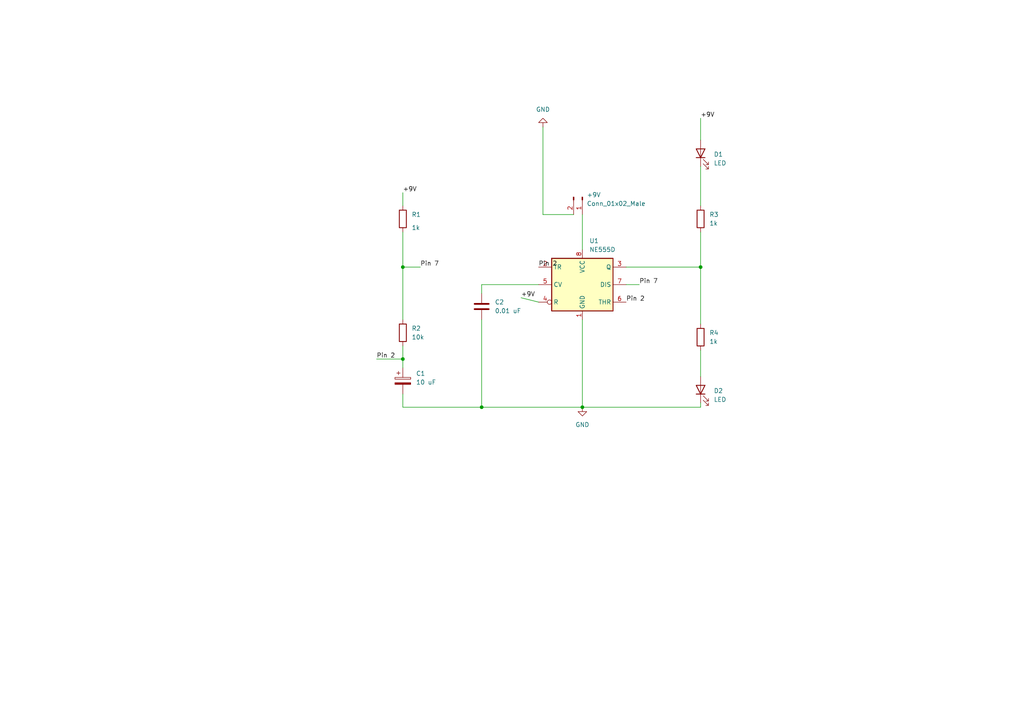
<source format=kicad_sch>
(kicad_sch (version 20211123) (generator eeschema)
  (paper "A4")
  (lib_symbols
    (symbol "Connector:Conn_01x02_Male" (pin_names (offset 1.016) hide)
      (property "Reference" "J" (at 0 2.54 0))
      (property "Value" "Conn_01x02_Male" (at 0 -5.08 0))
      (symbol "Conn_01x02_Male_1_1"
        (polyline (pts (xy 1.27 -2.54) (xy 0.8636 -2.54)) (stroke (width 0.1524)))
        (polyline (pts (xy 1.27 0) (xy 0.8636 0)) (stroke (width 0.1524)))
        (rectangle (start 0.8636 -2.413) (end 0 -2.667) (stroke (width 0.1524)) (fill (type outline)))
        (rectangle (start 0.8636 0.127) (end 0 -0.127) (stroke (width 0.1524)) (fill (type outline)))
        (pin passive line (at 5.08 0 180) (length 3.81) (name "Pin_1") (number "1"))
        (pin passive line (at 5.08 -2.54 180) (length 3.81) (name "Pin_2") (number "2"))
      )
    )
    (symbol "Device:C" (pin_numbers hide) (pin_names (offset 0.254))
      (property "Reference" "C" (at 0.635 2.54 0))
      (property "Value" "C" (at 0.635 -2.54 0))
      (symbol "C_0_1"
        (polyline (pts (xy -2.032 -0.762) (xy 2.032 -0.762)) (stroke (width 0.508)))
        (polyline (pts (xy -2.032 0.762) (xy 2.032 0.762)) (stroke (width 0.508)))
      )
      (symbol "C_1_1"
        (pin passive line (at 0 3.81 270) (length 2.794) (name "~") (number "1"))
        (pin passive line (at 0 -3.81 90) (length 2.794) (name "~") (number "2"))
      )
    )
    (symbol "Device:C_Polarized" (pin_numbers hide) (pin_names (offset 0.254))
      (property "Reference" "C" (at 0.635 2.54 0))
      (property "Value" "C_Polarized" (at 0.635 -2.54 0))
      (symbol "C_Polarized_0_1"
        (rectangle (start -2.286 0.508) (end 2.286 1.016))
        (polyline (pts (xy -1.778 2.286) (xy -0.762 2.286)))
        (polyline (pts (xy -1.27 2.794) (xy -1.27 1.778)))
        (rectangle (start 2.286 -0.508) (end -2.286 -1.016) (fill (type outline)))
      )
      (symbol "C_Polarized_1_1"
        (pin passive line (at 0 3.81 270) (length 2.794) (name "~") (number "1"))
        (pin passive line (at 0 -3.81 90) (length 2.794) (name "~") (number "2"))
      )
    )
    (symbol "Device:LED" (pin_numbers hide) (pin_names (offset 1.016) hide)
      (property "Reference" "D" (at 0 2.54 0))
      (property "Value" "LED" (at 0 -2.54 0))
      (symbol "LED_0_1"
        (polyline (pts (xy -1.27 -1.27) (xy -1.27 1.27)) (stroke (width 0.254)))
        (polyline (pts (xy -1.27 0) (xy 1.27 0)))
        (polyline (pts (xy 1.27 -1.27) (xy 1.27 1.27) (xy -1.27 0) (xy 1.27 -1.27)) (stroke (width 0.254)))
        (polyline (pts (xy -3.048 -0.762) (xy -4.572 -2.286) (xy -3.81 -2.286) (xy -4.572 -2.286) (xy -4.572 -1.524)))
        (polyline (pts (xy -1.778 -0.762) (xy -3.302 -2.286) (xy -2.54 -2.286) (xy -3.302 -2.286) (xy -3.302 -1.524)))
      )
      (symbol "LED_1_1"
        (pin passive line (at -3.81 0 0) (length 2.54) (name "K") (number "1"))
        (pin passive line (at 3.81 0 180) (length 2.54) (name "A") (number "2"))
      )
    )
    (symbol "Device:R" (pin_numbers hide) (pin_names (offset 0))
      (property "Reference" "R" (at 2.032 0 90))
      (property "Value" "R" (at 0 0 90))
      (symbol "R_0_1"
        (rectangle (start -1.016 -2.54) (end 1.016 2.54) (stroke (width 0.254)))
      )
      (symbol "R_1_1"
        (pin passive line (at 0 3.81 270) (length 1.27) (name "~") (number "1"))
        (pin passive line (at 0 -3.81 90) (length 1.27) (name "~") (number "2"))
      )
    )
    (symbol "Timer:NE555D"
      (property "Reference" "U" (at -10.16 8.89 0))
      (property "Value" "NE555D" (at 2.54 8.89 0))
      (symbol "NE555D_0_0"
        (pin power_in line (at 0 -10.16 90) (length 2.54) (name "GND") (number "1"))
        (pin power_in line (at 0 10.16 270) (length 2.54) (name "VCC") (number "8"))
      )
      (symbol "NE555D_0_1"
        (rectangle (start -8.89 -7.62) (end 8.89 7.62) (stroke (width 0.254)) (fill (type background)))
        (rectangle (start -8.89 -7.62) (end 8.89 7.62) (stroke (width 0.254)) (fill (type background)))
      )
      (symbol "NE555D_1_1"
        (pin input line (at -12.7 5.08 0) (length 3.81) (name "TR") (number "2"))
        (pin output line (at 12.7 5.08 180) (length 3.81) (name "Q") (number "3"))
        (pin input inverted (at -12.7 -5.08 0) (length 3.81) (name "R") (number "4"))
        (pin input line (at -12.7 0 0) (length 3.81) (name "CV") (number "5"))
        (pin input line (at 12.7 -5.08 180) (length 3.81) (name "THR") (number "6"))
        (pin input line (at 12.7 0 180) (length 3.81) (name "DIS") (number "7"))
      )
    )
    (symbol "power:GND" (power) (pin_names (offset 0))
      (property "Value" "GND" (at 0 -3.81 0))
      (symbol "GND_0_1"
        (polyline (pts (xy 0 0) (xy 0 -1.27) (xy 1.27 -1.27) (xy 0 -2.54) (xy -1.27 -1.27) (xy 0 -1.27)))
      )
      (symbol "GND_1_1"
        (pin power_in line (at 0 0 270) (length 0) hide (name "GND") (number "1"))
      )
    )
  )
  (junction (at 168.91 118.11))
  (junction (at 203.2 77.47))
  (junction (at 116.84 104.14))
  (junction (at 116.84 77.47))
  (junction (at 139.7 118.11))
  (wire (pts (xy 203.2 118.11) (xy 203.2 116.84)))
  (wire (pts (xy 203.2 48.26) (xy 203.2 59.69)))
  (wire (pts (xy 168.91 118.11) (xy 203.2 118.11)))
  (wire (pts (xy 203.2 101.6) (xy 203.2 109.22)))
  (wire (pts (xy 116.84 104.14) (xy 116.84 106.68)))
  (wire (pts (xy 116.84 67.31) (xy 116.84 77.47)))
  (wire (pts (xy 181.61 77.47) (xy 203.2 77.47)))
  (wire (pts (xy 116.84 114.3) (xy 116.84 118.11)))
  (wire (pts (xy 139.7 118.11) (xy 168.91 118.11)))
  (wire (pts (xy 116.84 55.88) (xy 116.84 59.69)))
  (wire (pts (xy 116.84 100.33) (xy 116.84 104.14)))
  (wire (pts (xy 139.7 92.71) (xy 139.7 118.11)))
  (wire (pts (xy 181.61 82.55) (xy 185.42 82.55)))
  (wire (pts (xy 116.84 118.11) (xy 139.7 118.11)))
  (wire (pts (xy 151.13 86.36) (xy 156.21 87.63)))
  (wire (pts (xy 109.22 104.14) (xy 116.84 104.14)))
  (wire (pts (xy 116.84 77.47) (xy 116.84 92.71)))
  (wire (pts (xy 203.2 67.31) (xy 203.2 77.47)))
  (wire (pts (xy 139.7 82.55) (xy 139.7 85.09)))
  (wire (pts (xy 166.37 62.23) (xy 157.48 62.23)))
  (wire (pts (xy 168.91 62.23) (xy 168.91 72.39)))
  (wire (pts (xy 116.84 77.47) (xy 121.92 77.47)))
  (wire (pts (xy 156.21 82.55) (xy 139.7 82.55)))
  (wire (pts (xy 157.48 36.83) (xy 157.48 62.23)))
  (wire (pts (xy 203.2 77.47) (xy 203.2 93.98)))
  (wire (pts (xy 203.2 34.29) (xy 203.2 40.64)))
  (wire (pts (xy 168.91 92.71) (xy 168.91 118.11)))
  (label "+9V" (at 203.2 34.29 0))
  (label "+9V" (at 151.13 86.36 0))
  (label "Pin 2" (at 156.21 77.47 0))
  (label "Pin 2" (at 109.22 104.14 0))
  (label "Pin 7" (at 185.42 82.55 0))
  (label "Pin 7" (at 121.92 77.47 0))
  (label "Pin 2" (at 181.61 87.63 0))
  (label "+9V" (at 116.84 55.88 0))
  (symbol (lib_id "Device:R") (at 116.84 96.52 0) (unit 1)
    (property "Reference" "R2" (at 119.38 95.2499 0) (effects (justify left)))
    (property "Value" "10k" (at 119.38 97.7899 0) (effects (justify left)))
  )
  (symbol (lib_id "Device:C_Polarized") (at 116.84 110.49 0) (unit 1)
    (property "Reference" "C1" (at 120.65 108.3309 0) (effects (justify left)))
    (property "Value" "10 uF" (at 120.65 110.8709 0) (effects (justify left)))
  )
  (symbol (lib_id "Connector:Conn_01x02_Male") (at 168.91 57.15 270) (unit 1)
    (property "Reference" "+9V" (at 170.18 56.5149 90) (effects (justify left)))
    (property "Value" "Conn_01x02_Male" (at 170.18 59.0549 90) (effects (justify left)))
  )
  (symbol (lib_id "power:GND") (at 157.48 36.83 180) (unit 1)
    (property "Reference" "#PWR?" (effects hide))
    (property "Value" "GND" (at 157.48 31.75 0))
  )
  (symbol (lib_id "Device:R") (at 116.84 63.5 0) (unit 1)
    (property "Reference" "R1" (at 119.38 62.2299 0) (effects (justify left)))
    (property "Value" "1k" (at 119.38 66.04 0) (effects (justify left)))
  )
  (symbol (lib_id "power:GND") (at 168.91 118.11 0) (unit 1)
    (property "Reference" "#PWR?" (effects hide))
    (property "Value" "GND" (at 168.91 123.19 0))
  )
  (symbol (lib_id "Device:LED") (at 203.2 113.03 90) (unit 1)
    (property "Reference" "D2" (at 207.01 113.3474 90) (effects (justify right)))
    (property "Value" "LED" (at 207.01 115.8874 90) (effects (justify right)))
  )
  (symbol (lib_id "Device:R") (at 203.2 97.79 0) (unit 1)
    (property "Reference" "R4" (at 205.74 96.5199 0) (effects (justify left)))
    (property "Value" "1k" (at 205.74 99.0599 0) (effects (justify left)))
  )
  (symbol (lib_id "Device:R") (at 203.2 63.5 0) (unit 1)
    (property "Reference" "R3" (at 205.74 62.2299 0) (effects (justify left)))
    (property "Value" "1k" (at 205.74 64.7699 0) (effects (justify left)))
  )
  (symbol (lib_id "Device:C") (at 139.7 88.9 0) (unit 1)
    (property "Reference" "C2" (at 143.51 87.6299 0) (effects (justify left)))
    (property "Value" "0.01 uF" (at 143.51 90.1699 0) (effects (justify left)))
  )
  (symbol (lib_id "Device:LED") (at 203.2 44.45 90) (unit 1)
    (property "Reference" "D1" (at 207.01 44.7674 90) (effects (justify right)))
    (property "Value" "LED" (at 207.01 47.3074 90) (effects (justify right)))
  )
  (symbol (lib_id "Timer:NE555D") (at 168.91 82.55 0) (unit 1)
    (property "Reference" "U1" (at 170.9294 69.85 0) (effects (justify left)))
    (property "Value" "NE555D" (at 170.9294 72.39 0) (effects (justify left)))
    (property "Footprint" "Package_SO:SOIC-8_3.9x4.9mm_P1.27mm" (effects hide))
    (property "Datasheet" "http://www.ti.com/lit/ds/symlink/ne555.pdf" (effects hide))
  )
)
</source>
